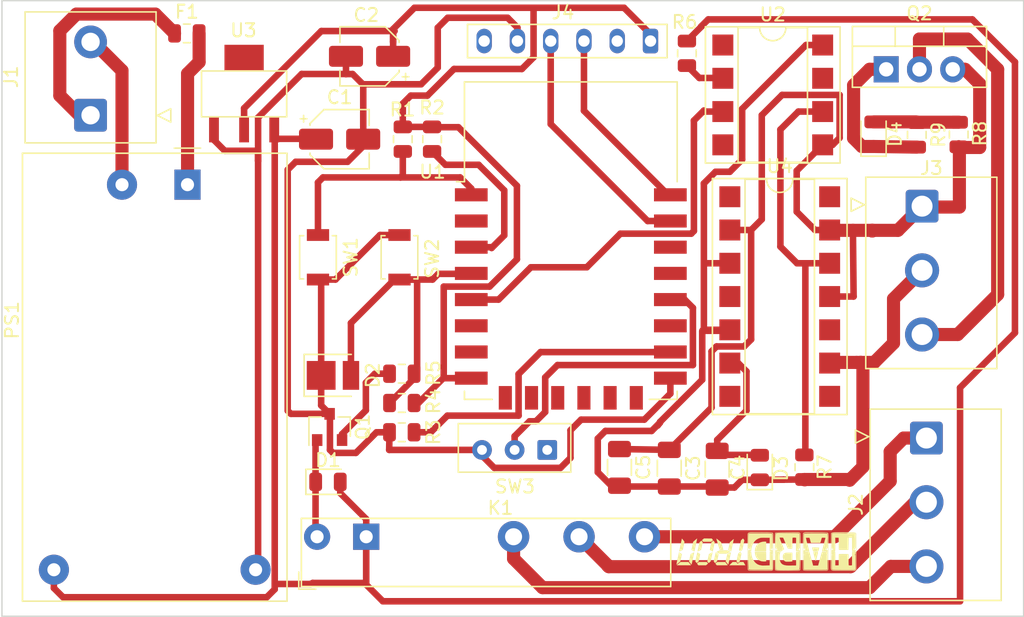
<source format=kicad_pcb>
(kicad_pcb (version 20171130) (host pcbnew "(5.1.5)-3")
  (layers (0 F.Cu signal) (31 B.Cu signal hide) (34 B.Paste user hide) (35 F.Paste user) (36 B.SilkS user hide) (37 F.SilkS user) (38 B.Mask user hide) (39 F.Mask user) (44 Edge.Cuts user))
  (net 0 "")
  (net 1 GND)
  (net 2 +3V3)
  (net 3 "Net-(C4-Pad2)")
  (net 4 +5V)
  (net 5 "Net-(D1-Pad1)")
  (net 6 Gpio16)
  (net 7 "Net-(D4-Pad2)")
  (net 8 Fusivel)
  (net 9 Fase)
  (net 10 Neutro)
  (net 11 "Net-(J4-Pad6)")
  (net 12 Rx)
  (net 13 Tx)
  (net 14 "Net-(J4-Pad2)")
  (net 15 C)
  (net 16 Nf)
  (net 17 Na)
  (net 18 "Net-(Q1-Pad2)")
  (net 19 Rst)
  (net 20 EN)
  (net 21 Gpio15)
  (net 22 "Net-(R6-Pad2)")
  (net 23 Output)
  (net 24 +12V)
  (net 25 Gpio0)
  (net 26 "Net-(SW3-Pad1)")
  (net 27 "Net-(U1-Pad20)")
  (net 28 "Net-(U1-Pad19)")
  (net 29 "Net-(U1-Pad17)")
  (net 30 "Net-(U1-Pad14)")
  (net 31 "Net-(U1-Pad13)")
  (net 32 "Net-(U1-Pad12)")
  (net 33 "Net-(U1-Pad11)")
  (net 34 "Net-(U1-Pad10)")
  (net 35 "Net-(U1-Pad9)")
  (net 36 "Net-(U1-Pad7)")
  (net 37 Gpio12)
  (net 38 Gpio14)
  (net 39 "Net-(U1-Pad2)")
  (net 40 "Net-(U2-Pad4)")
  (net 41 "Net-(U2-Pad7)")
  (net 42 GndOut)
  (net 43 "Net-(U2-Pad1)")
  (net 44 "Net-(U4-Pad14)")
  (net 45 "Net-(U4-Pad7)")
  (net 46 "Net-(U4-Pad4)")
  (net 47 "Net-(U4-Pad10)")
  (net 48 "Net-(U4-Pad8)")
  (net 49 "Net-(U4-Pad1)")
  (net 50 NegBomba)
  (net 51 "Net-(D4-Pad1)")
  (module Button_Switch_SMD:SW_SPST_B3U-1000P-B (layer F.Cu) (at 43.35018 32.59328 90)
    (fp_text reference SW2 (at -0.1016 2.49428 90) (layer F.SilkS))
    (fp_text value TS-1102-5016)
    (pad "" np_thru_hole circle (at 0 0 90) (size 0.8 0.8) (drill 0.8) (layers *.Cu *.Mask))
    (pad 2 smd rect (at 1.7 0 90) (size 0.9 1.7) (layers F.Cu F.Paste F.Mask) (net 1 GND))
    (pad 1 smd rect (at -1.7 0 90) (size 0.9 1.7) (layers F.Cu F.Paste F.Mask) (net 6 Gpio16))
  )
  (module Button_Switch_SMD:SW_SPST_B3U-1000P-B (layer F.Cu) (at 37.12718 32.59328 270)
    (fp_text reference SW1 (at 0 -2.5 90) (layer F.SilkS))
    (fp_text value "TS-1102-5016 ")
    (pad "" np_thru_hole circle (at 0 0 270) (size 0.8 0.8) (drill 0.8) (layers *.Cu *.Mask))
    (pad 2 smd rect (at 1.7 0 270) (size 0.9 1.7) (layers F.Cu F.Paste F.Mask) (net 1 GND))
    (pad 1 smd rect (at -1.7 0 270) (size 0.9 1.7) (layers F.Cu F.Paste F.Mask) (net 19 Rst))
  )
  (module Logo:hardtron (layer F.Cu) (at 71.29018 55.07228 180)
    (fp_text reference G*** hide)
    (fp_text value LOGO hide)
  )
  (module Connector_TE-Connectivity:Tblock3.10x10mm (layer F.Cu) (at 89.67978 43.79468 270)
    (fp_text reference J2 (at 7.6708 11.4808 270) (layer F.SilkS))
    (fp_text value 300V/10A)
    (pad 1 thru_hole roundrect (at 2.6 6.1 270) (size 2.5 2.5) (drill 1.6) (layers *.Cu *.Mask) (roundrect_rratio 0.104) (net 17 Na))
    (pad 2 thru_hole circle (at 7.5 6.1 270) (size 2.6 2.6) (drill 1.6) (layers *.Cu *.Mask) (net 15 C))
    (pad 3 thru_hole circle (at 12.4 6.1 270) (size 2.6 2.6) (drill 1.6) (layers *.Cu *.Mask) (net 16 Nf))
  )
  (module Package_DIP:DIP-14_W7.62mm_SMDSocket_SmallPads (layer F.Cu) (at 72.38238 35.59048)
    (fp_text reference U4 (at 0 -9.95) (layer F.SilkS))
    (fp_text value IR2110)
    (pad 14 smd rect (at 3.81 -7.62) (size 1.6 1.6) (layers F.Cu F.Paste F.Mask) (net 44 "Net-(U4-Pad14)"))
    (pad 7 smd rect (at -3.81 7.62) (size 1.6 1.6) (layers F.Cu F.Paste F.Mask) (net 45 "Net-(U4-Pad7)"))
    (pad 13 smd rect (at 3.81 -5.08) (size 1.6 1.6) (layers F.Cu F.Paste F.Mask) (net 42 GndOut))
    (pad 6 smd rect (at -3.81 5.08) (size 1.6 1.6) (layers F.Cu F.Paste F.Mask) (net 3 "Net-(C4-Pad2)"))
    (pad 12 smd rect (at 3.81 -2.54) (size 1.6 1.6) (layers F.Cu F.Paste F.Mask) (net 23 Output))
    (pad 5 smd rect (at -3.81 2.54) (size 1.6 1.6) (layers F.Cu F.Paste F.Mask) (net 24 +12V))
    (pad 11 smd rect (at 3.81 0) (size 1.6 1.6) (layers F.Cu F.Paste F.Mask) (net 42 GndOut))
    (pad 4 smd rect (at -3.81 0) (size 1.6 1.6) (layers F.Cu F.Paste F.Mask) (net 46 "Net-(U4-Pad4)"))
    (pad 10 smd rect (at 3.81 2.54) (size 1.6 1.6) (layers F.Cu F.Paste F.Mask) (net 47 "Net-(U4-Pad10)"))
    (pad 3 smd rect (at -3.81 -2.54) (size 1.6 1.6) (layers F.Cu F.Paste F.Mask) (net 24 +12V))
    (pad 9 smd rect (at 3.81 5.08) (size 1.6 1.6) (layers F.Cu F.Paste F.Mask) (net 24 +12V))
    (pad 2 smd rect (at -3.81 -5.08) (size 1.6 1.6) (layers F.Cu F.Paste F.Mask) (net 42 GndOut))
    (pad 8 smd rect (at 3.81 7.62) (size 1.6 1.6) (layers F.Cu F.Paste F.Mask) (net 48 "Net-(U4-Pad8)"))
    (pad 1 smd rect (at -3.81 -7.62) (size 1.6 1.6) (layers F.Cu F.Paste F.Mask) (net 49 "Net-(U4-Pad1)"))
  )
  (module Fuse:Fuse_0805_2012Metric (layer F.Cu) (at 27.11518 15.49928)
    (fp_text reference F1 (at 0 -1.65) (layer F.SilkS))
    (fp_text value 1A)
    (pad 2 smd roundrect (at 0.9375 0) (size 0.975 1.4) (layers F.Cu F.Paste F.Mask) (net 8 Fusivel))
    (pad 1 smd roundrect (at -0.9375 0) (size 0.975 1.4) (layers F.Cu F.Paste F.Mask) (net 9 Fase))
  )
  (module Package_DIP:R-PDSO-G4 (layer F.Cu) (at 28.23718 18.36928)
    (fp_text reference U3 (at 3.2 -3.1) (layer F.SilkS))
    (fp_text value LM1117-3.3)
    (pad 4 smd rect (at 3.25 -1) (size 3 2) (layers F.Cu F.Paste F.Mask))
    (pad 3 smd rect (at 5.55 4.45) (size 0.75 2) (layers F.Cu F.Paste F.Mask) (net 4 +5V))
    (pad 2 smd rect (at 3.25 4.45) (size 0.75 2) (layers F.Cu F.Paste F.Mask) (net 2 +3V3))
    (pad 1 smd rect (at 0.95 4.45) (size 0.75 2) (layers F.Cu F.Paste F.Mask) (net 1 GND))
  )
  (module Package_DIP:DIP-8_W7.62mm_SMDSocket_SmallPads (layer F.Cu) (at 71.84898 20.19808)
    (fp_text reference U2 (at 0 -6.14) (layer F.SilkS))
    (fp_text value 6N135)
    (pad 8 smd rect (at 3.81 -3.81) (size 1.6 1.6) (layers F.Cu F.Paste F.Mask) (net 24 +12V))
    (pad 4 smd rect (at -3.81 3.81) (size 1.6 1.6) (layers F.Cu F.Paste F.Mask) (net 40 "Net-(U2-Pad4)"))
    (pad 7 smd rect (at 3.81 -1.27) (size 1.6 1.6) (layers F.Cu F.Paste F.Mask) (net 41 "Net-(U2-Pad7)"))
    (pad 3 smd rect (at -3.81 1.27) (size 1.6 1.6) (layers F.Cu F.Paste F.Mask) (net 38 Gpio14))
    (pad 6 smd rect (at 3.81 1.27) (size 1.6 1.6) (layers F.Cu F.Paste F.Mask) (net 23 Output))
    (pad 2 smd rect (at -3.81 -1.27) (size 1.6 1.6) (layers F.Cu F.Paste F.Mask) (net 22 "Net-(R6-Pad2)"))
    (pad 5 smd rect (at 3.81 3.81) (size 1.6 1.6) (layers F.Cu F.Paste F.Mask) (net 42 GndOut))
    (pad 1 smd rect (at -3.81 -3.81) (size 1.6 1.6) (layers F.Cu F.Paste F.Mask) (net 43 "Net-(U2-Pad1)"))
  )
  (module RF_Module:ESP-12E (layer F.Cu) (at 56.43118 31.32328)
    (fp_text reference U1 (at -10.56 -5.26) (layer F.SilkS))
    (fp_text value ESP-12E)
    (pad 22 smd rect (at 7.6 -3.5) (size 2.5 1) (layers F.Cu F.Paste F.Mask) (net 13 Tx))
    (pad 21 smd rect (at 7.6 -1.5) (size 2.5 1) (layers F.Cu F.Paste F.Mask) (net 12 Rx))
    (pad 20 smd rect (at 7.6 0.5) (size 2.5 1) (layers F.Cu F.Paste F.Mask) (net 27 "Net-(U1-Pad20)"))
    (pad 19 smd rect (at 7.6 2.5) (size 2.5 1) (layers F.Cu F.Paste F.Mask) (net 28 "Net-(U1-Pad19)"))
    (pad 18 smd rect (at 7.6 4.5) (size 2.5 1) (layers F.Cu F.Paste F.Mask) (net 25 Gpio0))
    (pad 17 smd rect (at 7.6 6.5) (size 2.5 1) (layers F.Cu F.Paste F.Mask) (net 29 "Net-(U1-Pad17)"))
    (pad 16 smd rect (at 7.6 8.5) (size 2.5 1) (layers F.Cu F.Paste F.Mask) (net 21 Gpio15))
    (pad 15 smd rect (at 7.6 10.5) (size 2.5 1) (layers F.Cu F.Paste F.Mask) (net 1 GND))
    (pad 14 smd rect (at 5 12) (size 1 1.8) (layers F.Cu F.Paste F.Mask) (net 30 "Net-(U1-Pad14)"))
    (pad 13 smd rect (at 3 12) (size 1 1.8) (layers F.Cu F.Paste F.Mask) (net 31 "Net-(U1-Pad13)"))
    (pad 12 smd rect (at 1 12) (size 1 1.8) (layers F.Cu F.Paste F.Mask) (net 32 "Net-(U1-Pad12)"))
    (pad 11 smd rect (at -1 12) (size 1 1.8) (layers F.Cu F.Paste F.Mask) (net 33 "Net-(U1-Pad11)"))
    (pad 10 smd rect (at -3 12) (size 1 1.8) (layers F.Cu F.Paste F.Mask) (net 34 "Net-(U1-Pad10)"))
    (pad 9 smd rect (at -5 12) (size 1 1.8) (layers F.Cu F.Paste F.Mask) (net 35 "Net-(U1-Pad9)"))
    (pad 8 smd rect (at -7.6 10.5) (size 2.5 1) (layers F.Cu F.Paste F.Mask) (net 2 +3V3))
    (pad 7 smd rect (at -7.6 8.5) (size 2.5 1) (layers F.Cu F.Paste F.Mask) (net 36 "Net-(U1-Pad7)"))
    (pad 6 smd rect (at -7.6 6.5) (size 2.5 1) (layers F.Cu F.Paste F.Mask) (net 37 Gpio12))
    (pad 5 smd rect (at -7.6 4.5) (size 2.5 1) (layers F.Cu F.Paste F.Mask) (net 38 Gpio14))
    (pad 4 smd rect (at -7.6 2.5) (size 2.5 1) (layers F.Cu F.Paste F.Mask) (net 6 Gpio16))
    (pad 3 smd rect (at -7.6 0.5) (size 2.5 1) (layers F.Cu F.Paste F.Mask) (net 20 EN))
    (pad 2 smd rect (at -7.6 -1.5) (size 2.5 1) (layers F.Cu F.Paste F.Mask) (net 39 "Net-(U1-Pad2)"))
    (pad 1 smd rect (at -7.6 -3.5) (size 2.5 1) (layers F.Cu F.Paste F.Mask) (net 19 Rst))
  )
  (module Connector_TE-Connectivity:TE_826576-3_1x03_P1mm_Vertical (layer F.Cu) (at 56.43118 49.00168 180)
    (fp_text reference SW3 (at 4.2672 -1.094) (layer F.SilkS))
    (fp_text value SS12D00)
    (pad 1 thru_hole roundrect (at 1.8 1.7 180) (size 1.5 1.5) (drill 0.75) (layers *.Cu *.Mask) (roundrect_rratio 0.104) (net 26 "Net-(SW3-Pad1)"))
    (pad 2 thru_hole circle (at 4.29 1.7 180) (size 1.5 1.5) (drill 0.75) (layers *.Cu *.Mask) (net 25 Gpio0))
    (pad 3 thru_hole circle (at 6.78 1.7 180) (size 1.5 1.5) (drill 0.75) (layers *.Cu *.Mask) (net 1 GND))
  )
  (module Resistor_SMD:R_0805_2012Metric (layer F.Cu) (at 82.84718 23.24608 270)
    (fp_text reference R9 (at 0 -1.65 90) (layer F.SilkS))
    (fp_text value 1k)
    (pad 2 smd roundrect (at 0.9375 0 270) (size 0.975 1.4) (layers F.Cu F.Paste F.Mask) (net 51 "Net-(D4-Pad1)"))
    (pad 1 smd roundrect (at -0.9375 0 270) (size 0.975 1.4) (layers F.Cu F.Paste F.Mask) (net 7 "Net-(D4-Pad2)"))
  )
  (module Resistor_SMD:R_0805_2012Metric (layer F.Cu) (at 86.04758 23.22068 90)
    (fp_text reference R8 (at 0.0762 1.6256 90) (layer F.SilkS))
    (fp_text value 10k)
    (pad 2 smd roundrect (at 0.9375 0 90) (size 0.975 1.4) (layers F.Cu F.Paste F.Mask) (net 7 "Net-(D4-Pad2)"))
    (pad 1 smd roundrect (at -0.9375 0 90) (size 0.975 1.4) (layers F.Cu F.Paste F.Mask) (net 42 GndOut))
  )
  (module Resistor_SMD:R_0805_2012Metric (layer F.Cu) (at 74.26198 48.62068 90)
    (fp_text reference R7 (at 0 1.5494 90) (layer F.SilkS))
    (fp_text value 10k)
    (pad 2 smd roundrect (at 0.9375 0 90) (size 0.975 1.4) (layers F.Cu F.Paste F.Mask) (net 23 Output))
    (pad 1 smd roundrect (at -0.9375 0 90) (size 0.975 1.4) (layers F.Cu F.Paste F.Mask) (net 24 +12V))
  )
  (module Resistor_SMD:R_0805_2012Metric (layer F.Cu) (at 65.29578 17.02078 270)
    (fp_text reference R6 (at -2.3853 0.1778 180) (layer F.SilkS))
    (fp_text value 330)
    (pad 2 smd roundrect (at 0.9375 0 270) (size 0.975 1.4) (layers F.Cu F.Paste F.Mask) (net 22 "Net-(R6-Pad2)"))
    (pad 1 smd roundrect (at -0.9375 0 270) (size 0.975 1.4) (layers F.Cu F.Paste F.Mask) (net 4 +5V))
  )
  (module Resistor_SMD:R_0805_2012Metric (layer F.Cu) (at 43.52798 41.48328 180)
    (fp_text reference R5 (at -2.413 0.0508 90) (layer F.SilkS))
    (fp_text value 1k)
    (pad 2 smd roundrect (at 0.9375 0 180) (size 0.975 1.4) (layers F.Cu F.Paste F.Mask) (net 18 "Net-(Q1-Pad2)"))
    (pad 1 smd roundrect (at -0.9375 0 180) (size 0.975 1.4) (layers F.Cu F.Paste F.Mask) (net 6 Gpio16))
  )
  (module Resistor_SMD:R_0805_2012Metric (layer F.Cu) (at 43.52798 43.71848)
    (fp_text reference R4 (at 2.413 -0.127 90) (layer F.SilkS))
    (fp_text value 10k)
    (pad 2 smd roundrect (at 0.9375 0) (size 0.975 1.4) (layers F.Cu F.Paste F.Mask) (net 2 +3V3))
    (pad 1 smd roundrect (at -0.9375 0) (size 0.975 1.4) (layers F.Cu F.Paste F.Mask) (net 6 Gpio16))
  )
  (module Resistor_SMD:R_0805_2012Metric (layer F.Cu) (at 43.52568 45.95368)
    (fp_text reference R3 (at 2.413 0 90) (layer F.SilkS))
    (fp_text value 10k)
    (pad 2 smd roundrect (at 0.9375 0) (size 0.975 1.4) (layers F.Cu F.Paste F.Mask) (net 21 Gpio15))
    (pad 1 smd roundrect (at -0.9375 0) (size 0.975 1.4) (layers F.Cu F.Paste F.Mask) (net 1 GND))
  )
  (module Resistor_SMD:R_0805_2012Metric (layer F.Cu) (at 45.83938 23.57628 90)
    (fp_text reference R2 (at 2.413 0) (layer F.SilkS))
    (fp_text value 10K)
    (pad 2 smd roundrect (at 0.9375 0 90) (size 0.975 1.4) (layers F.Cu F.Paste F.Mask) (net 2 +3V3))
    (pad 1 smd roundrect (at -0.9375 0 90) (size 0.975 1.4) (layers F.Cu F.Paste F.Mask) (net 20 EN))
  )
  (module Resistor_SMD:R_0805_2012Metric (layer F.Cu) (at 43.60418 23.57628 90)
    (fp_text reference R1 (at 2.2606 -0.0254 180) (layer F.SilkS))
    (fp_text value 10k)
    (pad 2 smd roundrect (at 0.9375 0 90) (size 0.975 1.4) (layers F.Cu F.Paste F.Mask) (net 2 +3V3))
    (pad 1 smd roundrect (at -0.9375 0 90) (size 0.975 1.4) (layers F.Cu F.Paste F.Mask) (net 19 Rst))
  )
  (module Package_TO_SOT_THT:TO-220-3_Vertical (layer F.Cu) (at 80.51038 18.24228)
    (fp_text reference Q2 (at 2.54 -4.27) (layer F.SilkS))
    (fp_text value IRF1404ZPBF)
    (pad 3 thru_hole oval (at 5.08 0) (size 1.905 2) (drill 1.1) (layers *.Cu *.Mask) (net 42 GndOut))
    (pad 2 thru_hole oval (at 2.54 0) (size 1.905 2) (drill 1.1) (layers *.Cu *.Mask) (net 50 NegBomba))
    (pad 1 thru_hole rect (at 0 0) (size 1.905 2) (drill 1.1) (layers *.Cu *.Mask) (net 51 "Net-(D4-Pad1)"))
  )
  (module Package_TO_SOT_SMD:SOT-23 (layer F.Cu) (at 38.01618 45.54728 90)
    (fp_text reference Q1 (at 0 2.54 90) (layer F.SilkS))
    (fp_text value BC547)
    (pad 3 smd rect (at 1 0 90) (size 0.9 0.8) (layers F.Cu F.Paste F.Mask) (net 1 GND))
    (pad 2 smd rect (at -1 0.95 90) (size 0.9 0.8) (layers F.Cu F.Paste F.Mask) (net 18 "Net-(Q1-Pad2)"))
    (pad 1 smd rect (at -1 -0.95 90) (size 0.9 0.8) (layers F.Cu F.Paste F.Mask) (net 5 "Net-(D1-Pad1)"))
  )
  (module Converter_ACDC:Converter_ACDC_HiLink_HLK-PMxx (layer F.Cu) (at 27.16518 27.04928 270)
    (fp_text reference PS1 (at 10.35 13.4 90) (layer F.SilkS))
    (fp_text value HLK-PM01)
    (pad 4 thru_hole circle (at 29.4 10.2 270) (size 2.3 2.3) (drill 1) (layers *.Cu *.Mask) (net 4 +5V))
    (pad 2 thru_hole circle (at 0 5 270) (size 2.3 2.3) (drill 1) (layers *.Cu *.Mask) (net 10 Neutro))
    (pad 1 thru_hole rect (at 0 0 270) (size 2.3 2) (drill 1) (layers *.Cu *.Mask) (net 8 Fusivel))
    (pad 3 thru_hole circle (at 29.4 -5.2 270) (size 2.3 2.3) (drill 1) (layers *.Cu *.Mask) (net 1 GND))
  )
  (module Relay_THT:Relay_SPDT_Finder_34.51_Vertical (layer F.Cu) (at 40.81018 53.92928)
    (fp_text reference K1 (at 10.25 -2.2) (layer F.SilkS))
    (fp_text value FINDER-34.51)
    (pad A2 thru_hole circle (at -3.75 0) (size 2 2) (drill 1) (layers *.Cu *.Mask) (net 5 "Net-(D1-Pad1)"))
    (pad A1 thru_hole rect (at 0 0) (size 2 2) (drill 1) (layers *.Cu *.Mask) (net 4 +5V))
    (pad 12 thru_hole circle (at 11.25 0) (size 2.4 2.4) (drill 1.3) (layers *.Cu *.Mask) (net 16 Nf))
    (pad 11 thru_hole circle (at 16.25 0) (size 2.4 2.4) (drill 1.3) (layers *.Cu *.Mask) (net 15 C))
    (pad 14 thru_hole circle (at 21.25 0) (size 2.4 2.4) (drill 1.3) (layers *.Cu *.Mask) (net 17 Na))
  )
  (module Connector_Wuerth:Wuerth_WR-WTB_64800611622_1x06_P2.50mm_Vertical (layer F.Cu) (at 63.78518 17.35328 180)
    (fp_text reference J4 (at 7.95 3.45 180) (layer F.SilkS))
    (fp_text value Cp2102)
    (pad 1 thru_hole roundrect (at 1.27 1.27 180) (size 1.17 1.87) (drill 0.87) (layers *.Cu *.Mask) (roundrect_rratio 0.214) (net 2 +3V3))
    (pad 2 thru_hole oval (at 3.81 1.27 180) (size 1.17 1.87) (drill 0.87) (layers *.Cu *.Mask) (net 14 "Net-(J4-Pad2)"))
    (pad 3 thru_hole oval (at 6.35 1.27 180) (size 1.17 1.87) (drill 0.87) (layers *.Cu *.Mask) (net 13 Tx))
    (pad 4 thru_hole oval (at 8.89 1.27 180) (size 1.17 1.87) (drill 0.87) (layers *.Cu *.Mask) (net 12 Rx))
    (pad 5 thru_hole oval (at 11.43 1.27 180) (size 1.17 1.87) (drill 0.87) (layers *.Cu *.Mask) (net 1 GND))
    (pad 6 thru_hole oval (at 13.97 1.27 180) (size 1.17 1.87) (drill 0.87) (layers *.Cu *.Mask) (net 11 "Net-(J4-Pad6)"))
  )
  (module Connector_TE-Connectivity:Tblock3.10x10mm (layer F.Cu) (at 89.34958 26.09088 270)
    (fp_text reference J3 (at -0.3048 5.3848 180) (layer F.SilkS))
    (fp_text value 300V/10A)
    (pad 1 thru_hole roundrect (at 2.6 6.1 270) (size 2.5 2.5) (drill 1.6) (layers *.Cu *.Mask) (roundrect_rratio 0.104) (net 42 GndOut))
    (pad 2 thru_hole circle (at 7.5 6.1 270) (size 2.6 2.6) (drill 1.6) (layers *.Cu *.Mask) (net 24 +12V))
    (pad 3 thru_hole circle (at 12.4 6.1 270) (size 2.6 2.6) (drill 1.6) (layers *.Cu *.Mask) (net 50 NegBomba))
  )
  (module Connector_TE-Connectivity:Tblock10x10mm (layer F.Cu) (at 14.76518 24.24928 90)
    (fp_text reference J1 (at 5.4356 -1.0668 90) (layer F.SilkS))
    (fp_text value InAC)
    (pad 1 thru_hole roundrect (at 2.5 5 90) (size 2.5 2.5) (drill 1.4) (layers *.Cu *.Mask) (roundrect_rratio 0.104) (net 9 Fase))
    (pad 2 thru_hole circle (at 8.1 5 90) (size 2.5 2.5) (drill 1.4) (layers *.Cu *.Mask) (net 10 Neutro))
  )
  (module Diode_SMD:D_0805_2012Metric (layer F.Cu) (at 79.54518 23.19528 90)
    (fp_text reference D4 (at 0 1.6256 90) (layer F.SilkS))
    (fp_text value DIODE)
    (pad 2 smd roundrect (at 0.9375 0 90) (size 0.975 1.4) (layers F.Cu F.Paste F.Mask) (net 7 "Net-(D4-Pad2)"))
    (pad 1 smd roundrect (at -0.9375 0 90) (size 0.975 1.4) (layers F.Cu F.Paste F.Mask) (net 51 "Net-(D4-Pad1)"))
  )
  (module Diode_SMD:D_0805_2012Metric (layer F.Cu) (at 70.85838 48.64608 90)
    (fp_text reference D3 (at -0.0762 1.6256 90) (layer F.SilkS))
    (fp_text value DIODE)
    (pad 2 smd roundrect (at 0.9375 0 90) (size 0.975 1.4) (layers F.Cu F.Paste F.Mask) (net 3 "Net-(C4-Pad2)"))
    (pad 1 smd roundrect (at -0.9375 0 90) (size 0.975 1.4) (layers F.Cu F.Paste F.Mask) (net 24 +12V))
  )
  (module LED_SMD:LED_PLCC_2835 (layer F.Cu) (at 38.27018 41.61028)
    (fp_text reference D2 (at 3.048 0 90) (layer F.SilkS))
    (fp_text value LED)
    (pad 2 smd rect (at 1.375 0) (size 1.25 2.2) (layers F.Cu F.Paste F.Mask) (net 6 Gpio16))
    (pad 1 smd rect (at -0.9 0) (size 2.2 2.2) (layers F.Cu F.Paste F.Mask) (net 1 GND))
  )
  (module Diode_SMD:D_0805_2012Metric (layer F.Cu) (at 37.88918 49.73828)
    (fp_text reference D1 (at 0 -1.65) (layer F.SilkS))
    (fp_text value DIODE)
    (pad 2 smd roundrect (at 0.9375 0) (size 0.975 1.4) (layers F.Cu F.Paste F.Mask) (net 4 +5V))
    (pad 1 smd roundrect (at -0.9375 0) (size 0.975 1.4) (layers F.Cu F.Paste F.Mask) (net 5 "Net-(D1-Pad1)"))
  )
  (module Capacitor_SMD:C_1206_3216Metric (layer F.Cu) (at 60.14518 48.63408 270)
    (fp_text reference C5 (at 0 -1.82 90) (layer F.SilkS))
    (fp_text value 1uF)
    (pad 2 smd roundrect (at 1.4 0 270) (size 1.25 1.75) (layers F.Cu F.Paste F.Mask) (roundrect_rratio 0.2) (net 24 +12V))
    (pad 1 smd roundrect (at -1.4 0 270) (size 1.25 1.75) (layers F.Cu F.Paste F.Mask) (roundrect_rratio 0.2) (net 42 GndOut))
  )
  (module Capacitor_SMD:C_1206_3216Metric (layer F.Cu) (at 67.60718 48.77308 90)
    (fp_text reference C4 (at 0.127 1.5748 90) (layer F.SilkS))
    (fp_text value 1uF)
    (pad 2 smd roundrect (at 1.4 0 90) (size 1.25 1.75) (layers F.Cu F.Paste F.Mask) (roundrect_rratio 0.2) (net 3 "Net-(C4-Pad2)"))
    (pad 1 smd roundrect (at -1.4 0 90) (size 1.25 1.75) (layers F.Cu F.Paste F.Mask) (roundrect_rratio 0.2) (net 24 +12V))
  )
  (module Capacitor_SMD:C_1206_3216Metric (layer F.Cu) (at 63.94958 48.69688 270)
    (fp_text reference C3 (at 0 -1.82 90) (layer F.SilkS))
    (fp_text value 1uF)
    (pad 2 smd roundrect (at 1.4 0 270) (size 1.25 1.75) (layers F.Cu F.Paste F.Mask) (roundrect_rratio 0.2) (net 24 +12V))
    (pad 1 smd roundrect (at -1.4 0 270) (size 1.25 1.75) (layers F.Cu F.Paste F.Mask) (roundrect_rratio 0.2) (net 42 GndOut))
  )
  (module Capacitor_SMD:CP_Elec_4x5.4 (layer F.Cu) (at 41.06518 17.24928 180)
    (fp_text reference C2 (at 0.25 3.15) (layer F.SilkS))
    (fp_text value 10uF)
    (pad 2 smd roundrect (at 1.8 0 180) (size 2.6 1.6) (layers F.Cu F.Paste F.Mask) (roundrect_rratio 0.15625) (net 1 GND))
    (pad 1 smd roundrect (at -1.8 0 180) (size 2.6 1.6) (layers F.Cu F.Paste F.Mask) (roundrect_rratio 0.15625) (net 2 +3V3))
  )
  (module Capacitor_SMD:CP_Elec_4x5.4 (layer F.Cu) (at 38.77818 23.57628)
    (fp_text reference C1 (at 0 -3.2) (layer F.SilkS))
    (fp_text value 10uF)
    (pad 2 smd roundrect (at 1.8 0) (size 2.6 1.6) (layers F.Cu F.Paste F.Mask) (roundrect_rratio 0.15625) (net 1 GND))
    (pad 1 smd roundrect (at -1.8 0) (size 2.6 1.6) (layers F.Cu F.Paste F.Mask) (roundrect_rratio 0.15625) (net 4 +5V))
  )
  (gr_line (start 13 60) (end 91 60) (layer Edge.Cuts) (width 0.1))
  (gr_line (start 91 13) (end 91 60) (layer Edge.Cuts) (width 0.1))
  (gr_line (start 13 13) (end 91 13) (layer Edge.Cuts) (width 0.1))
  (gr_line (start 13 13) (end 13 60) (layer Edge.Cuts) (width 0.1))
  (segment (start 39.26518 18.59928) (end 39.26518 17.24928) (width 0.5) (layer F.Cu) (net 1))
  (segment (start 32.55518 56.25928) (end 32.36518 56.44928) (width 0.5) (layer F.Cu) (net 1))
  (segment (start 39.26518 18.59928) (end 35.88118 18.59928) (width 0.5) (layer F.Cu) (net 1))
  (segment (start 35.88118 18.59928) (end 32.55518 21.92528) (width 0.5) (layer F.Cu) (net 1))
  (segment (start 32.55518 21.92528) (end 32.55518 25.22728) (width 0.5) (layer F.Cu) (net 1))
  (segment (start 32.55518 25.22728) (end 32.55518 56.25928) (width 0.5) (layer F.Cu) (net 1))
  (segment (start 30.01518 24.46528) (end 32.55518 24.46528) (width 0.5) (layer F.Cu) (net 1))
  (segment (start 29.18718 22.81928) (end 29.18718 23.63728) (width 0.5) (layer F.Cu) (net 1))
  (segment (start 32.55518 24.46528) (end 32.55518 25.22728) (width 0.5) (layer F.Cu) (net 1))
  (segment (start 29.18718 23.63728) (end 30.01518 24.46528) (width 0.5) (layer F.Cu) (net 1))
  (segment (start 40.58308 23.57138) (end 40.57818 23.57628) (width 0.5) (layer F.Cu) (net 1))
  (segment (start 40.53078 19.38528) (end 40.58308 19.43758) (width 0.5) (layer F.Cu) (net 1))
  (segment (start 40.58308 19.43758) (end 40.58308 23.57138) (width 0.5) (layer F.Cu) (net 1))
  (segment (start 40.55618 19.38528) (end 39.77458 18.60368) (width 0.5) (layer F.Cu) (net 1))
  (segment (start 45.00118 19.38528) (end 40.55618 19.38528) (width 0.5) (layer F.Cu) (net 1))
  (segment (start 39.26078 18.60368) (end 39.26518 18.59928) (width 0.5) (layer F.Cu) (net 1))
  (segment (start 46.27118 18.11528) (end 45.00118 19.38528) (width 0.5) (layer F.Cu) (net 1))
  (segment (start 52.35518 15.05528) (end 51.60518 14.30528) (width 0.5) (layer F.Cu) (net 1))
  (segment (start 51.60518 14.30528) (end 47.03318 14.30528) (width 0.5) (layer F.Cu) (net 1))
  (segment (start 46.27118 15.06728) (end 46.27118 18.11528) (width 0.5) (layer F.Cu) (net 1))
  (segment (start 52.35518 16.08328) (end 52.35518 15.05528) (width 0.5) (layer F.Cu) (net 1))
  (segment (start 39.77458 18.60368) (end 39.26078 18.60368) (width 0.5) (layer F.Cu) (net 1))
  (segment (start 47.03318 14.30528) (end 46.27118 15.06728) (width 0.5) (layer F.Cu) (net 1))
  (segment (start 40.57818 24.11308) (end 40.57818 23.57628) (width 0.5) (layer F.Cu) (net 1))
  (segment (start 39.38778 25.30348) (end 40.57818 24.11308) (width 0.5) (layer F.Cu) (net 1))
  (segment (start 35.06038 44.54728) (end 34.81578 44.30268) (width 0.5) (layer F.Cu) (net 1))
  (segment (start 34.81578 44.30268) (end 34.81578 25.91308) (width 0.5) (layer F.Cu) (net 1))
  (segment (start 34.81578 25.91308) (end 35.42538 25.30348) (width 0.5) (layer F.Cu) (net 1))
  (segment (start 38.01618 44.54728) (end 35.06038 44.54728) (width 0.5) (layer F.Cu) (net 1))
  (segment (start 35.42538 25.30348) (end 39.38778 25.30348) (width 0.5) (layer F.Cu) (net 1))
  (segment (start 38.04158 44.57268) (end 38.01618 44.54728) (width 0.5) (layer F.Cu) (net 1))
  (segment (start 41.59758 45.95368) (end 40.02278 47.52848) (width 0.5) (layer F.Cu) (net 1))
  (segment (start 42.58818 45.95368) (end 41.59758 45.95368) (width 0.5) (layer F.Cu) (net 1))
  (segment (start 40.02278 47.52848) (end 38.27018 47.52848) (width 0.5) (layer F.Cu) (net 1))
  (segment (start 38.27018 47.52848) (end 38.04158 47.29988) (width 0.5) (layer F.Cu) (net 1))
  (segment (start 38.04158 47.29988) (end 38.04158 44.57268) (width 0.5) (layer F.Cu) (net 1))
  (segment (start 42.56278 47.29988) (end 42.58818 45.95368) (width 0.5) (layer F.Cu) (net 1))
  (segment (start 49.65118 47.30168) (end 49.64938 47.29988) (width 0.5) (layer F.Cu) (net 1))
  (segment (start 49.64938 47.29988) (end 42.56278 47.29988) (width 0.5) (layer F.Cu) (net 1))
  (segment (start 50.58918 48.67148) (end 49.65118 47.73348) (width 0.5) (layer F.Cu) (net 1))
  (segment (start 55.64378 48.67148) (end 50.58918 48.67148) (width 0.5) (layer F.Cu) (net 1))
  (segment (start 56.40578 47.90948) (end 55.64378 48.67148) (width 0.5) (layer F.Cu) (net 1))
  (segment (start 64.03118 41.82328) (end 64.03118 43.00188) (width 0.5) (layer F.Cu) (net 1))
  (segment (start 64.03118 43.00188) (end 62.04458 44.98848) (width 0.5) (layer F.Cu) (net 1))
  (segment (start 62.04458 44.98848) (end 57.21858 44.98848) (width 0.5) (layer F.Cu) (net 1))
  (segment (start 49.65118 47.73348) (end 49.65118 47.30168) (width 0.5) (layer F.Cu) (net 1))
  (segment (start 56.40578 45.80128) (end 56.40578 47.90948) (width 0.5) (layer F.Cu) (net 1))
  (segment (start 57.21858 44.98848) (end 56.40578 45.80128) (width 0.5) (layer F.Cu) (net 1))
  (segment (start 41.86502 30.89328) (end 43.35018 30.89328) (width 0.5) (layer F.Cu) (net 1))
  (segment (start 37.12718 34.29328) (end 38.46502 34.29328) (width 0.5) (layer F.Cu) (net 1))
  (segment (start 38.46502 34.29328) (end 41.86502 30.89328) (width 0.5) (layer F.Cu) (net 1))
  (segment (start 37.37018 43.90128) (end 38.01618 44.54728) (width 0.5) (layer F.Cu) (net 1))
  (segment (start 37.12718 34.29328) (end 37.37018 34.53628) (width 0.5) (layer F.Cu) (net 1))
  (segment (start 37.37018 34.53628) (end 37.37018 43.90128) (width 0.5) (layer F.Cu) (net 1))
  (segment (start 42.86518 17.24928) (end 42.86518 16.14928) (width 0.5) (layer F.Cu) (net 2))
  (segment (start 31.48718 21.21528) (end 31.48718 22.81928) (width 0.5) (layer F.Cu) (net 2))
  (segment (start 37.38118 15.32128) (end 31.48718 21.21528) (width 0.5) (layer F.Cu) (net 2))
  (segment (start 42.96918 15.32128) (end 37.38118 15.32128) (width 0.5) (layer F.Cu) (net 2))
  (segment (start 42.86518 16.14928) (end 42.86518 15.42528) (width 0.5) (layer F.Cu) (net 2))
  (segment (start 42.86518 15.42528) (end 42.96918 15.32128) (width 0.5) (layer F.Cu) (net 2))
  (segment (start 62.51518 16.08328) (end 62.51518 15.56328) (width 0.5) (layer F.Cu) (net 2))
  (segment (start 62.51518 15.56328) (end 60.49518 13.54328) (width 0.5) (layer F.Cu) (net 2))
  (segment (start 42.86518 15.17128) (end 42.86518 16.14928) (width 0.5) (layer F.Cu) (net 2))
  (segment (start 44.49318 13.54328) (end 42.86518 15.17128) (width 0.5) (layer F.Cu) (net 2))
  (segment (start 45.83938 22.63878) (end 43.60418 22.63878) (width 0.5) (layer F.Cu) (net 2))
  (segment (start 53.53558 13.54328) (end 44.49318 13.54328) (width 0.5) (layer F.Cu) (net 2))
  (segment (start 60.49518 13.54328) (end 53.53558 13.54328) (width 0.5) (layer F.Cu) (net 2))
  (segment (start 43.60418 20.85848) (end 43.60418 22.63878) (width 0.5) (layer F.Cu) (net 2))
  (segment (start 44.21378 20.24888) (end 43.60418 20.85848) (width 0.5) (layer F.Cu) (net 2))
  (segment (start 45.48378 20.24888) (end 44.21378 20.24888) (width 0.5) (layer F.Cu) (net 2))
  (segment (start 52.69738 18.21688) (end 47.51578 18.21688) (width 0.5) (layer F.Cu) (net 2))
  (segment (start 53.53558 13.54328) (end 53.58638 13.59408) (width 0.5) (layer F.Cu) (net 2))
  (segment (start 53.58638 13.59408) (end 53.58638 17.32788) (width 0.5) (layer F.Cu) (net 2))
  (segment (start 47.51578 18.21688) (end 45.48378 20.24888) (width 0.5) (layer F.Cu) (net 2))
  (segment (start 53.58638 17.32788) (end 52.69738 18.21688) (width 0.5) (layer F.Cu) (net 2))
  (segment (start 44.46548 43.71848) (end 44.79798 43.71848) (width 0.5) (layer F.Cu) (net 2))
  (segment (start 46.69318 41.82328) (end 48.83118 41.82328) (width 0.5) (layer F.Cu) (net 2))
  (segment (start 44.79798 43.71848) (end 46.69318 41.82328) (width 0.5) (layer F.Cu) (net 2))
  (segment (start 45.86248 22.66188) (end 45.83938 22.63878) (width 0.5) (layer F.Cu) (net 2))
  (segment (start 47.84598 22.66188) (end 45.86248 22.66188) (width 0.5) (layer F.Cu) (net 2))
  (segment (start 46.72838 41.78808) (end 46.72838 34.831456) (width 0.5) (layer F.Cu) (net 2))
  (segment (start 52.31638 27.13228) (end 47.84598 22.66188) (width 0.5) (layer F.Cu) (net 2))
  (segment (start 46.69318 41.82328) (end 46.72838 41.78808) (width 0.5) (layer F.Cu) (net 2))
  (segment (start 50.230604 34.831456) (end 52.31638 32.74568) (width 0.5) (layer F.Cu) (net 2))
  (segment (start 52.31638 32.74568) (end 52.31638 27.13228) (width 0.5) (layer F.Cu) (net 2))
  (segment (start 46.72838 34.831456) (end 50.230604 34.831456) (width 0.5) (layer F.Cu) (net 2))
  (segment (start 70.83068 47.68088) (end 70.85838 47.70858) (width 0.5) (layer F.Cu) (net 3))
  (segment (start 67.60718 47.37308) (end 67.91498 47.68088) (width 0.5) (layer F.Cu) (net 3))
  (segment (start 67.91498 47.68088) (end 70.83068 47.68088) (width 0.5) (layer F.Cu) (net 3))
  (segment (start 67.60718 46.53788) (end 67.60718 47.37308) (width 0.5) (layer F.Cu) (net 3))
  (segment (start 69.84238 41.30548) (end 69.84238 44.30268) (width 0.5) (layer F.Cu) (net 3))
  (segment (start 68.39458 40.67048) (end 69.20738 40.67048) (width 0.5) (layer F.Cu) (net 3))
  (segment (start 69.84238 44.30268) (end 67.60718 46.53788) (width 0.5) (layer F.Cu) (net 3))
  (segment (start 69.20738 40.67048) (end 69.84238 41.30548) (width 0.5) (layer F.Cu) (net 3))
  (segment (start 16.96518 57.84928) (end 16.96518 56.44928) (width 0.5) (layer F.Cu) (net 4))
  (segment (start 33.82518 22.85728) (end 33.82518 57.93928) (width 0.5) (layer F.Cu) (net 4))
  (segment (start 33.78718 22.81928) (end 33.82518 22.85728) (width 0.5) (layer F.Cu) (net 4))
  (segment (start 33.82518 57.93928) (end 33.21518 58.54928) (width 0.5) (layer F.Cu) (net 4))
  (segment (start 33.21518 58.54928) (end 17.66518 58.54928) (width 0.5) (layer F.Cu) (net 4))
  (segment (start 17.66518 58.54928) (end 16.96518 57.84928) (width 0.5) (layer F.Cu) (net 4))
  (segment (start 33.78718 23.54928) (end 33.78718 22.81928) (width 0.5) (layer F.Cu) (net 4))
  (segment (start 36.97818 23.57628) (end 36.95118 23.54928) (width 0.5) (layer F.Cu) (net 4))
  (segment (start 36.95118 23.54928) (end 33.78718 23.54928) (width 0.5) (layer F.Cu) (net 4))
  (segment (start 38.82668 50.59958) (end 38.82668 49.73828) (width 0.5) (layer F.Cu) (net 4))
  (segment (start 40.81018 53.92928) (end 40.81018 52.58308) (width 0.5) (layer F.Cu) (net 4))
  (segment (start 40.81018 52.58308) (end 38.82668 50.59958) (width 0.5) (layer F.Cu) (net 4))
  (segment (start 36.72078 57.45988) (end 40.81018 57.45988) (width 0.5) (layer F.Cu) (net 4))
  (segment (start 36.56838 57.53608) (end 36.72078 57.45988) (width 0.5) (layer F.Cu) (net 4))
  (segment (start 33.82518 57.48528) (end 33.87598 57.53608) (width 0.5) (layer F.Cu) (net 4))
  (segment (start 40.81018 57.45988) (end 40.81018 53.92928) (width 0.5) (layer F.Cu) (net 4))
  (segment (start 33.87598 57.53608) (end 36.56838 57.53608) (width 0.5) (layer F.Cu) (net 4))
  (segment (start 40.81018 57.58688) (end 40.81018 53.92928) (width 0.5) (layer F.Cu) (net 4))
  (segment (start 42.08018 58.85688) (end 40.81018 57.58688) (width 0.5) (layer F.Cu) (net 4))
  (segment (start 86.14918 42.55008) (end 86.14918 58.85688) (width 0.5) (layer F.Cu) (net 4))
  (segment (start 86.14918 58.85688) (end 42.08018 58.85688) (width 0.5) (layer F.Cu) (net 4))
  (segment (start 90.34018 38.35908) (end 86.14918 42.55008) (width 0.5) (layer F.Cu) (net 4))
  (segment (start 66.38798 14.99108) (end 66.38798 14.96568) (width 0.5) (layer F.Cu) (net 4))
  (segment (start 90.34018 17.68348) (end 90.34018 38.35908) (width 0.5) (layer F.Cu) (net 4))
  (segment (start 66.38798 14.96568) (end 66.92138 14.43228) (width 0.5) (layer F.Cu) (net 4))
  (segment (start 65.29578 16.08328) (end 66.38798 14.99108) (width 0.5) (layer F.Cu) (net 4))
  (segment (start 66.92138 14.43228) (end 87.08898 14.43228) (width 0.5) (layer F.Cu) (net 4))
  (segment (start 87.08898 14.43228) (end 90.34018 17.68348) (width 0.5) (layer F.Cu) (net 4))
  (segment (start 36.941946 53.811046) (end 37.06018 53.92928) (width 0.5) (layer F.Cu) (net 5))
  (segment (start 37.06618 46.54728) (end 36.941946 46.671514) (width 0.5) (layer F.Cu) (net 5))
  (segment (start 36.941946 46.671514) (end 36.941946 53.811046) (width 0.5) (layer F.Cu) (net 5))
  (segment (start 48.83118 33.82328) (end 48.79118 33.86328) (width 0.5) (layer F.Cu) (net 6))
  (segment (start 42.59048 43.71618) (end 42.59048 43.71848) (width 0.5) (layer F.Cu) (net 6))
  (segment (start 44.46548 41.48328) (end 44.46548 41.84118) (width 0.5) (layer F.Cu) (net 6))
  (segment (start 44.46548 41.84118) (end 42.59048 43.71618) (width 0.5) (layer F.Cu) (net 6))
  (segment (start 44.69638 41.25238) (end 44.46548 41.48328) (width 0.5) (layer F.Cu) (net 6))
  (segment (start 43.35018 34.29328) (end 44.69638 34.29328) (width 0.5) (layer F.Cu) (net 6))
  (segment (start 44.69638 34.29328) (end 44.69638 41.25238) (width 0.5) (layer F.Cu) (net 6))
  (segment (start 48.79626 33.8582) (end 48.83118 33.82328) (width 0.5) (layer F.Cu) (net 6))
  (segment (start 46.31182 33.8582) (end 48.79626 33.8582) (width 0.5) (layer F.Cu) (net 6))
  (segment (start 43.35018 34.29328) (end 45.87674 34.29328) (width 0.5) (layer F.Cu) (net 6))
  (segment (start 45.87674 34.29328) (end 46.31182 33.8582) (width 0.5) (layer F.Cu) (net 6))
  (segment (start 39.64518 41.61028) (end 39.64518 37.61228) (width 0.5) (layer F.Cu) (net 6))
  (segment (start 39.64518 37.61228) (end 42.92346 34.334) (width 0.5) (layer F.Cu) (net 6))
  (segment (start 43.32658 34.26968) (end 43.35018 34.29328) (width 0.5) (layer F.Cu) (net 6))
  (segment (start 42.92346 34.334) (end 42.92346 34.26968) (width 0.5) (layer F.Cu) (net 6))
  (segment (start 42.92346 34.26968) (end 43.32658 34.26968) (width 0.5) (layer F.Cu) (net 6))
  (segment (start 86.04528 22.28088) (end 86.04758 22.28318) (width 0.5) (layer F.Cu) (net 7))
  (segment (start 82.84718 22.30858) (end 82.87488 22.28088) (width 0.5) (layer F.Cu) (net 7))
  (segment (start 82.87488 22.28088) (end 86.04528 22.28088) (width 1) (layer F.Cu) (net 7))
  (segment (start 82.79408 22.25548) (end 82.84718 22.30858) (width 0.5) (layer F.Cu) (net 7))
  (segment (start 79.51978 22.20698) (end 79.56828 22.25548) (width 0.5) (layer F.Cu) (net 7))
  (segment (start 79.56828 22.25548) (end 82.79408 22.25548) (width 1) (layer F.Cu) (net 7))
  (segment (start 28.06518 15.51178) (end 28.05268 15.49928) (width 0.5) (layer F.Cu) (net 8))
  (segment (start 27.17038 18.57248) (end 27.17038 27.04408) (width 1) (layer F.Cu) (net 8))
  (segment (start 27.17038 27.04408) (end 27.16518 27.04928) (width 1) (layer F.Cu) (net 8))
  (segment (start 28.05268 15.49928) (end 28.05268 17.69018) (width 1) (layer F.Cu) (net 8))
  (segment (start 28.05268 17.69018) (end 27.17038 18.57248) (width 1) (layer F.Cu) (net 8))
  (segment (start 24.70428 14.02588) (end 26.17768 15.49928) (width 1) (layer F.Cu) (net 9))
  (segment (start 18.91718 21.74928) (end 17.41678 20.24888) (width 1) (layer F.Cu) (net 9))
  (segment (start 19.76518 21.74928) (end 18.91718 21.74928) (width 1) (layer F.Cu) (net 9))
  (segment (start 17.41678 20.24888) (end 17.41678 15.29588) (width 1) (layer F.Cu) (net 9))
  (segment (start 17.41678 15.29588) (end 18.68678 14.02588) (width 1) (layer F.Cu) (net 9))
  (segment (start 18.68678 14.02588) (end 24.70428 14.02588) (width 1) (layer F.Cu) (net 9))
  (segment (start 19.97198 16.14928) (end 19.76518 16.14928) (width 1) (layer F.Cu) (net 10))
  (segment (start 22.16518 27.04928) (end 22.16518 18.34248) (width 1) (layer F.Cu) (net 10))
  (segment (start 22.16518 18.34248) (end 19.97198 16.14928) (width 1) (layer F.Cu) (net 10))
  (segment (start 62.29718 29.82328) (end 64.03118 29.82328) (width 0.5) (layer F.Cu) (net 12))
  (segment (start 54.89518 16.08328) (end 54.89518 22.42128) (width 0.5) (layer F.Cu) (net 12))
  (segment (start 54.89518 22.42128) (end 62.29718 29.82328) (width 0.5) (layer F.Cu) (net 12))
  (segment (start 57.43518 21.40528) (end 57.43518 16.08328) (width 0.5) (layer F.Cu) (net 13))
  (segment (start 64.03118 27.82328) (end 63.85318 27.82328) (width 0.5) (layer F.Cu) (net 13))
  (segment (start 63.85318 27.82328) (end 57.43518 21.40528) (width 0.5) (layer F.Cu) (net 13))
  (segment (start 59.25058 56.11968) (end 57.06018 53.92928) (width 1) (layer F.Cu) (net 15))
  (segment (start 82.71318 51.29468) (end 77.79258 56.21528) (width 1) (layer F.Cu) (net 15))
  (segment (start 83.57978 51.29468) (end 82.71318 51.29468) (width 1) (layer F.Cu) (net 15))
  (segment (start 59.25058 56.13908) (end 59.25058 56.11968) (width 1) (layer F.Cu) (net 15))
  (segment (start 77.79258 56.21528) (end 59.32678 56.21528) (width 1) (layer F.Cu) (net 15))
  (segment (start 59.32678 56.21528) (end 59.25058 56.13908) (width 1) (layer F.Cu) (net 15))
  (segment (start 80.86118 56.19468) (end 83.57978 56.19468) (width 1) (layer F.Cu) (net 16))
  (segment (start 52.06238 53.93148) (end 52.06238 55.60568) (width 1) (layer F.Cu) (net 16))
  (segment (start 52.06018 53.92928) (end 52.06238 53.93148) (width 1) (layer F.Cu) (net 16))
  (segment (start 54.27218 57.81548) (end 79.24038 57.81548) (width 1) (layer F.Cu) (net 16))
  (segment (start 52.06238 55.60568) (end 54.27218 57.81548) (width 1) (layer F.Cu) (net 16))
  (segment (start 79.24038 57.81548) (end 80.86118 56.19468) (width 1) (layer F.Cu) (net 16))
  (segment (start 76.57338 53.92928) (end 62.06018 53.92928) (width 1) (layer F.Cu) (net 17))
  (segment (start 80.81518 49.68748) (end 76.57338 53.92928) (width 1) (layer F.Cu) (net 17))
  (segment (start 80.81518 47.42688) (end 80.81518 49.68748) (width 1) (layer F.Cu) (net 17))
  (segment (start 83.57978 46.39468) (end 81.84738 46.39468) (width 1) (layer F.Cu) (net 17))
  (segment (start 81.84738 46.39468) (end 80.81518 47.42688) (width 1) (layer F.Cu) (net 17))
  (segment (start 38.96618 46.09588) (end 38.96618 46.54728) (width 0.5) (layer F.Cu) (net 18))
  (segment (start 40.78478 44.27728) (end 38.96618 46.09588) (width 0.5) (layer F.Cu) (net 18))
  (segment (start 40.78478 42.16908) (end 40.78478 44.27728) (width 0.5) (layer F.Cu) (net 18))
  (segment (start 42.59048 41.48328) (end 41.47058 41.48328) (width 0.5) (layer F.Cu) (net 18))
  (segment (start 41.47058 41.48328) (end 40.78478 42.16908) (width 0.5) (layer F.Cu) (net 18))
  (segment (start 47.98117 26.49728) (end 48.83118 27.34729) (width 0.5) (layer F.Cu) (net 19))
  (segment (start 48.83118 27.34729) (end 48.83118 27.82328) (width 0.5) (layer F.Cu) (net 19))
  (segment (start 43.42638 26.49728) (end 47.98117 26.49728) (width 0.5) (layer F.Cu) (net 19))
  (segment (start 43.60418 26.31948) (end 43.60418 24.51378) (width 0.5) (layer F.Cu) (net 19))
  (segment (start 43.42638 26.49728) (end 43.60418 26.31948) (width 0.5) (layer F.Cu) (net 19))
  (segment (start 37.50818 26.49728) (end 43.42638 26.49728) (width 0.5) (layer F.Cu) (net 19))
  (segment (start 37.12718 30.89328) (end 37.12718 26.87828) (width 0.5) (layer F.Cu) (net 19))
  (segment (start 37.12718 26.87828) (end 37.50818 26.49728) (width 0.5) (layer F.Cu) (net 19))
  (segment (start 50.32718 31.82328) (end 48.83118 31.82328) (width 0.5) (layer F.Cu) (net 20))
  (segment (start 46.85768 25.53208) (end 49.39538 25.53208) (width 0.5) (layer F.Cu) (net 20))
  (segment (start 45.83938 24.51378) (end 46.85768 25.53208) (width 0.5) (layer F.Cu) (net 20))
  (segment (start 51.35118 30.91688) (end 50.38598 31.88208) (width 0.5) (layer F.Cu) (net 20))
  (segment (start 49.39538 25.53208) (end 51.35118 27.48788) (width 0.5) (layer F.Cu) (net 20))
  (segment (start 50.38598 31.88208) (end 50.32718 31.82328) (width 0.5) (layer F.Cu) (net 20))
  (segment (start 51.35118 27.48788) (end 51.35118 30.91688) (width 0.5) (layer F.Cu) (net 20))
  (segment (start 45.73778 45.95368) (end 44.46318 45.95368) (width 0.5) (layer F.Cu) (net 21))
  (segment (start 64.02218 39.83228) (end 54.11978 39.83228) (width 0.5) (layer F.Cu) (net 21))
  (segment (start 54.11978 39.83228) (end 52.44338 41.50868) (width 0.5) (layer F.Cu) (net 21))
  (segment (start 52.44338 41.50868) (end 52.44338 44.68368) (width 0.5) (layer F.Cu) (net 21))
  (segment (start 47.00778 44.68368) (end 45.73778 45.95368) (width 0.5) (layer F.Cu) (net 21))
  (segment (start 64.03118 39.82328) (end 64.02218 39.83228) (width 0.5) (layer F.Cu) (net 21))
  (segment (start 52.44338 44.68368) (end 47.00778 44.68368) (width 0.5) (layer F.Cu) (net 21))
  (segment (start 66.24018 18.90268) (end 65.29578 17.95828) (width 0.5) (layer F.Cu) (net 22))
  (segment (start 68.03898 18.92808) (end 68.01358 18.90268) (width 0.5) (layer F.Cu) (net 22))
  (segment (start 68.01358 18.90268) (end 66.24018 18.90268) (width 0.5) (layer F.Cu) (net 22))
  (segment (start 76.39558 33.05048) (end 76.19238 33.05048) (width 0.5) (layer F.Cu) (net 23))
  (segment (start 74.26198 47.68318) (end 73.93408 47.68318) (width 0.5) (layer F.Cu) (net 23))
  (segment (start 72.43318 31.78048) (end 73.70318 33.05048) (width 0.5) (layer F.Cu) (net 23))
  (segment (start 72.43318 22.83968) (end 72.43318 31.78048) (width 0.5) (layer F.Cu) (net 23))
  (segment (start 75.65898 21.46808) (end 73.80478 21.46808) (width 0.5) (layer F.Cu) (net 23))
  (segment (start 73.80478 21.46808) (end 72.43318 22.83968) (width 0.5) (layer F.Cu) (net 23))
  (segment (start 74.31278 33.05048) (end 76.19238 33.05048) (width 0.5) (layer F.Cu) (net 23))
  (segment (start 73.70318 33.05048) (end 74.31278 33.05048) (width 0.5) (layer F.Cu) (net 23))
  (segment (start 74.31278 33.05048) (end 74.33818 33.07588) (width 0.5) (layer F.Cu) (net 23))
  (segment (start 74.33818 47.60698) (end 74.26198 47.68318) (width 0.5) (layer F.Cu) (net 23))
  (segment (start 74.33818 33.07588) (end 74.33818 47.60698) (width 0.5) (layer F.Cu) (net 23))
  (segment (start 76.01458 40.67048) (end 76.03998 40.69588) (width 0.5) (layer F.Cu) (net 24))
  (segment (start 60.20798 50.09688) (end 63.94958 50.09688) (width 0.5) (layer F.Cu) (net 24))
  (segment (start 60.14518 50.03408) (end 60.20798 50.09688) (width 0.5) (layer F.Cu) (net 24))
  (segment (start 67.52798 50.09388) (end 67.60718 50.17308) (width 0.5) (layer F.Cu) (net 24))
  (segment (start 63.94958 50.09688) (end 63.95258 50.09388) (width 0.5) (layer F.Cu) (net 24))
  (segment (start 63.95258 50.09388) (end 67.52798 50.09388) (width 0.5) (layer F.Cu) (net 24))
  (segment (start 69.50988 49.58358) (end 70.85838 49.58358) (width 0.5) (layer F.Cu) (net 24))
  (segment (start 67.60718 50.17308) (end 68.92038 50.17308) (width 0.5) (layer F.Cu) (net 24))
  (segment (start 68.92038 50.17308) (end 69.50988 49.58358) (width 0.5) (layer F.Cu) (net 24))
  (segment (start 63.06058 45.44568) (end 63.23838 45.21708) (width 0.5) (layer F.Cu) (net 24))
  (segment (start 62.60338 45.85208) (end 63.23838 45.21708) (width 0.5) (layer F.Cu) (net 24))
  (segment (start 59.52098 50.03408) (end 58.48858 49.00168) (width 0.5) (layer F.Cu) (net 24))
  (segment (start 58.48858 49.00168) (end 58.48858 46.43628) (width 0.5) (layer F.Cu) (net 24))
  (segment (start 60.14518 50.03408) (end 59.52098 50.03408) (width 0.5) (layer F.Cu) (net 24))
  (segment (start 58.48858 46.43628) (end 59.07278 45.85208) (width 0.5) (layer F.Cu) (net 24))
  (segment (start 59.07278 45.85208) (end 62.60338 45.85208) (width 0.5) (layer F.Cu) (net 24))
  (segment (start 68.31838 38.20668) (end 68.39458 38.13048) (width 0.5) (layer F.Cu) (net 24))
  (segment (start 66.51498 38.20668) (end 68.31838 38.20668) (width 0.5) (layer F.Cu) (net 24))
  (segment (start 66.59118 38.13048) (end 66.51498 38.20668) (width 0.5) (layer F.Cu) (net 24))
  (segment (start 68.39458 38.13048) (end 66.59118 38.13048) (width 0.5) (layer F.Cu) (net 24))
  (segment (start 66.46418 38.25748) (end 66.51498 38.20668) (width 0.5) (layer F.Cu) (net 24))
  (segment (start 66.46418 41.94048) (end 66.46418 38.25748) (width 0.5) (layer F.Cu) (net 24))
  (segment (start 63.23838 45.21708) (end 63.23838 45.16628) (width 0.5) (layer F.Cu) (net 24))
  (segment (start 63.23838 45.16628) (end 66.46418 41.94048) (width 0.5) (layer F.Cu) (net 24))
  (segment (start 72.67135 49.57005) (end 70.85838 49.58358) (width 0.5) (layer F.Cu) (net 24))
  (segment (start 74.26198 49.55818) (end 72.67135 49.57005) (width 0.5) (layer F.Cu) (net 24))
  (segment (start 66.61658 33.05048) (end 68.39458 33.05048) (width 0.5) (layer F.Cu) (net 24))
  (segment (start 66.48958 38.18128) (end 66.51498 38.20668) (width 0.5) (layer F.Cu) (net 24))
  (segment (start 66.59118 38.07968) (end 66.48958 38.18128) (width 0.5) (layer F.Cu) (net 24))
  (segment (start 66.59118 26.95448) (end 66.59118 38.07968) (width 0.5) (layer F.Cu) (net 24))
  (segment (start 67.48018 26.06548) (end 66.59118 26.95448) (width 0.5) (layer F.Cu) (net 24))
  (segment (start 74.38898 16.38808) (end 69.51218 21.26488) (width 0.5) (layer F.Cu) (net 24))
  (segment (start 69.51218 25.12568) (end 68.57238 26.06548) (width 0.5) (layer F.Cu) (net 24))
  (segment (start 75.65898 16.38808) (end 74.38898 16.38808) (width 0.5) (layer F.Cu) (net 24))
  (segment (start 69.51218 21.26488) (end 69.51218 25.12568) (width 0.5) (layer F.Cu) (net 24))
  (segment (start 68.57238 26.06548) (end 67.48018 26.06548) (width 0.5) (layer F.Cu) (net 24))
  (segment (start 72.66605 49.57535) (end 72.67135 49.57005) (width 0.5) (layer F.Cu) (net 24))
  (segment (start 71.96111 49.57535) (end 72.66605 49.57535) (width 0.5) (layer F.Cu) (net 24))
  (segment (start 76.19238 40.67048) (end 76.11618 40.74668) (width 0.5) (layer F.Cu) (net 24))
  (segment (start 76.24318 40.61968) (end 78.24978 40.61968) (width 1) (layer F.Cu) (net 24))
  (segment (start 76.19238 40.67048) (end 76.24318 40.61968) (width 1) (layer F.Cu) (net 24))
  (segment (start 81.06918 39.14648) (end 81.06918 35.77128) (width 1) (layer F.Cu) (net 24))
  (segment (start 81.06918 35.77128) (end 83.24958 33.59088) (width 1) (layer F.Cu) (net 24))
  (segment (start 78.24978 40.61968) (end 79.59598 40.61968) (width 1) (layer F.Cu) (net 24))
  (segment (start 79.59598 40.61968) (end 81.06918 39.14648) (width 1) (layer F.Cu) (net 24))
  (segment (start 74.26198 49.55818) (end 74.28968 49.58588) (width 1) (layer F.Cu) (net 24))
  (segment (start 77.66328 49.55818) (end 77.71638 49.61128) (width 1) (layer F.Cu) (net 24))
  (segment (start 78.73238 40.77208) (end 78.57998 40.61968) (width 1) (layer F.Cu) (net 24))
  (segment (start 78.57998 40.61968) (end 78.50378 40.61968) (width 1) (layer F.Cu) (net 24))
  (segment (start 74.26198 49.55818) (end 77.66328 49.55818) (width 1) (layer F.Cu) (net 24))
  (segment (start 77.71638 49.61128) (end 78.73238 48.59528) (width 1) (layer F.Cu) (net 24))
  (segment (start 78.73238 48.59528) (end 78.73238 40.77208) (width 1) (layer F.Cu) (net 24))
  (segment (start 55.41518 40.82288) (end 65.75298 40.82288) (width 0.5) (layer F.Cu) (net 25))
  (segment (start 54.47538 41.76268) (end 55.41518 40.82288) (width 0.5) (layer F.Cu) (net 25))
  (segment (start 52.14118 47.30168) (end 52.14118 46.25588) (width 0.5) (layer F.Cu) (net 25))
  (segment (start 65.75298 36.45408) (end 65.12218 35.82328) (width 0.5) (layer F.Cu) (net 25))
  (segment (start 65.75298 40.82288) (end 65.75298 36.45408) (width 0.5) (layer F.Cu) (net 25))
  (segment (start 52.14118 46.25588) (end 53.28158 45.11548) (width 0.5) (layer F.Cu) (net 25))
  (segment (start 53.28158 45.11548) (end 53.76418 45.11548) (width 0.5) (layer F.Cu) (net 25))
  (segment (start 65.12218 35.82328) (end 64.03118 35.82328) (width 0.5) (layer F.Cu) (net 25))
  (segment (start 53.76418 45.11548) (end 54.47538 44.40428) (width 0.5) (layer F.Cu) (net 25))
  (segment (start 54.47538 44.40428) (end 54.47538 41.76268) (width 0.5) (layer F.Cu) (net 25))
  (segment (start 57.65038 33.35528) (end 53.38318 33.35528) (width 0.5) (layer F.Cu) (net 38))
  (segment (start 60.21578 30.78988) (end 57.65038 33.35528) (width 0.5) (layer F.Cu) (net 38))
  (segment (start 65.62598 30.78988) (end 60.21578 30.78988) (width 0.5) (layer F.Cu) (net 38))
  (segment (start 66.66738 21.46808) (end 66.59118 21.39188) (width 0.5) (layer F.Cu) (net 38))
  (segment (start 65.82918 30.58668) (end 65.62598 30.78988) (width 0.5) (layer F.Cu) (net 38))
  (segment (start 53.38318 33.35528) (end 50.91518 35.82328) (width 0.5) (layer F.Cu) (net 38))
  (segment (start 68.03898 21.46808) (end 66.66738 21.46808) (width 0.5) (layer F.Cu) (net 38))
  (segment (start 50.91518 35.82328) (end 48.83118 35.82328) (width 0.5) (layer F.Cu) (net 38))
  (segment (start 66.59118 21.39188) (end 65.82918 22.15388) (width 0.5) (layer F.Cu) (net 38))
  (segment (start 65.82918 22.15388) (end 65.82918 30.58668) (width 0.5) (layer F.Cu) (net 38))
  (segment (start 60.14518 47.23408) (end 63.94958 47.29688) (width 0.5) (layer F.Cu) (net 42))
  (segment (start 86.04758 24.15818) (end 86.04988 24.16048) (width 0.5) (layer F.Cu) (net 42))
  (segment (start 86.04758 24.15818) (end 86.02218 24.18358) (width 0.5) (layer F.Cu) (net 42))
  (segment (start 83.31658 28.75788) (end 83.24958 28.69088) (width 1) (layer F.Cu) (net 42))
  (segment (start 86.09838 28.75788) (end 83.31658 28.75788) (width 1) (layer F.Cu) (net 42))
  (segment (start 86.04758 24.15818) (end 86.09838 24.20898) (width 1) (layer F.Cu) (net 42))
  (segment (start 86.09838 24.20898) (end 86.09838 28.75788) (width 1) (layer F.Cu) (net 42))
  (segment (start 86.53018 18.24228) (end 85.59038 18.24228) (width 1) (layer F.Cu) (net 42))
  (segment (start 86.04758 24.15818) (end 86.10068 24.21128) (width 1) (layer F.Cu) (net 42))
  (segment (start 87.64778 19.35988) (end 86.53018 18.24228) (width 1) (layer F.Cu) (net 42))
  (segment (start 87.64778 24.21128) (end 87.64778 19.35988) (width 1) (layer F.Cu) (net 42))
  (segment (start 86.10068 24.21128) (end 87.64778 24.21128) (width 1) (layer F.Cu) (net 42))
  (segment (start 76.21778 30.53588) (end 76.19238 30.51048) (width 1) (layer F.Cu) (net 42))
  (segment (start 79.44358 30.58668) (end 79.39278 30.53588) (width 1) (layer F.Cu) (net 42))
  (segment (start 79.49438 30.53588) (end 79.44358 30.58668) (width 1) (layer F.Cu) (net 42))
  (segment (start 83.24958 28.69088) (end 81.40458 30.53588) (width 1) (layer F.Cu) (net 42))
  (segment (start 81.40458 30.53588) (end 79.49438 30.53588) (width 1) (layer F.Cu) (net 42))
  (segment (start 79.46898 30.61208) (end 79.44358 30.58668) (width 0.5) (layer F.Cu) (net 42))
  (segment (start 77.97038 30.53588) (end 76.21778 30.53588) (width 1) (layer F.Cu) (net 42))
  (segment (start 79.39278 30.53588) (end 77.97038 30.53588) (width 1) (layer F.Cu) (net 42))
  (segment (start 78.02118 35.59048) (end 76.19238 35.59048) (width 0.5) (layer F.Cu) (net 42))
  (segment (start 77.97038 30.53588) (end 78.02118 35.59048) (width 0.5) (layer F.Cu) (net 42))
  (segment (start 70.19798 30.51048) (end 68.57238 30.51048) (width 0.5) (layer F.Cu) (net 42))
  (segment (start 67.17538 44.07108) (end 67.17538 39.78148) (width 0.5) (layer F.Cu) (net 42))
  (segment (start 69.66458 39.40048) (end 70.19798 38.86708) (width 0.5) (layer F.Cu) (net 42))
  (segment (start 70.19798 38.86708) (end 70.19798 30.51048) (width 0.5) (layer F.Cu) (net 42))
  (segment (start 63.94958 47.29688) (end 67.17538 44.07108) (width 0.5) (layer F.Cu) (net 42))
  (segment (start 67.17538 39.78148) (end 67.55638 39.40048) (width 0.5) (layer F.Cu) (net 42))
  (segment (start 67.55638 39.40048) (end 69.66458 39.40048) (width 0.5) (layer F.Cu) (net 42))
  (segment (start 75.07478 30.51048) (end 76.01458 30.51048) (width 0.5) (layer F.Cu) (net 42))
  (segment (start 73.67778 29.11348) (end 75.07478 30.51048) (width 0.5) (layer F.Cu) (net 42))
  (segment (start 75.65898 24.00808) (end 73.67778 25.98928) (width 0.5) (layer F.Cu) (net 42))
  (segment (start 73.67778 25.98928) (end 73.67778 29.11348) (width 0.5) (layer F.Cu) (net 42))
  (segment (start 71.01078 29.69768) (end 70.19798 30.51048) (width 0.5) (layer F.Cu) (net 42))
  (segment (start 76.42098 24.00808) (end 76.95438 23.47468) (width 0.5) (layer F.Cu) (net 42))
  (segment (start 71.01078 21.74748) (end 71.01078 29.69768) (width 0.5) (layer F.Cu) (net 42))
  (segment (start 75.65898 24.00808) (end 76.42098 24.00808) (width 0.5) (layer F.Cu) (net 42))
  (segment (start 76.95438 23.47468) (end 76.95438 20.19808) (width 0.5) (layer F.Cu) (net 42))
  (segment (start 76.95438 20.19808) (end 72.56018 20.19808) (width 0.5) (layer F.Cu) (net 42))
  (segment (start 72.56018 20.19808) (end 71.01078 21.74748) (width 0.5) (layer F.Cu) (net 42))
  (segment (start 85.96658 38.49088) (end 83.24958 38.49088) (width 1) (layer F.Cu) (net 50))
  (segment (start 89.01938 18.24228) (end 89.01938 35.43808) (width 1) (layer F.Cu) (net 50))
  (segment (start 89.01938 35.43808) (end 85.96658 38.49088) (width 1) (layer F.Cu) (net 50))
  (segment (start 83.05038 18.24228) (end 83.05038 15.93088) (width 1) (layer F.Cu) (net 50))
  (segment (start 83.05038 15.93088) (end 86.70798 15.93088) (width 1) (layer F.Cu) (net 50))
  (segment (start 86.70798 15.93088) (end 89.01938 18.24228) (width 1) (layer F.Cu) (net 50))
  (segment (start 79.54518 24.13278) (end 82.84718 24.18358) (width 1) (layer F.Cu) (net 51))
  (segment (start 78.65388 24.13278) (end 79.54518 24.13278) (width 1) (layer F.Cu) (net 51))
  (segment (start 78.02118 19.46148) (end 78.02118 23.50008) (width 1) (layer F.Cu) (net 51))
  (segment (start 78.02118 23.50008) (end 78.65388 24.13278) (width 1) (layer F.Cu) (net 51))
  (segment (start 80.51038 18.24228) (end 79.24038 18.24228) (width 1) (layer F.Cu) (net 51))
  (segment (start 79.24038 18.24228) (end 78.02118 19.46148) (width 1) (layer F.Cu) (net 51))
)
</source>
